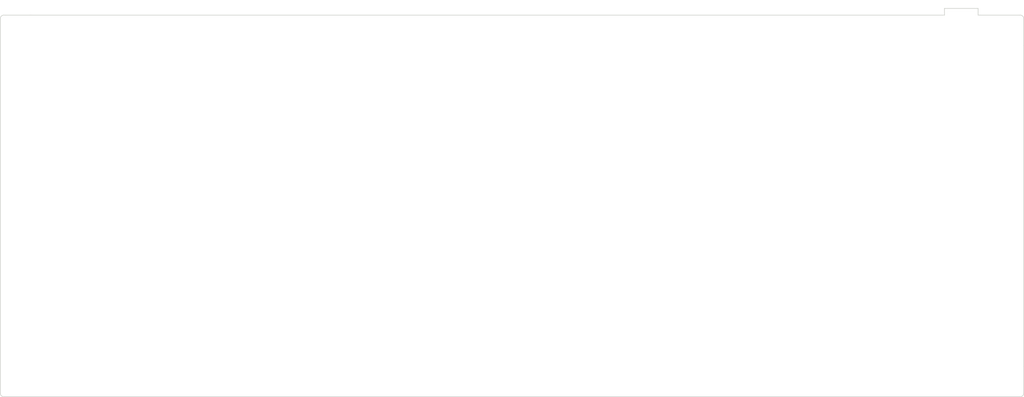
<source format=kicad_pcb>
(kicad_pcb (version 20171130) (host pcbnew "(5.1.9)-1")

  (general
    (thickness 1.6)
    (drawings 560)
    (tracks 0)
    (zones 0)
    (modules 0)
    (nets 1)
  )

  (page A4)
  (layers
    (0 F.Cu signal)
    (31 B.Cu signal)
    (32 B.Adhes user)
    (33 F.Adhes user)
    (34 B.Paste user)
    (35 F.Paste user)
    (36 B.SilkS user)
    (37 F.SilkS user)
    (38 B.Mask user)
    (39 F.Mask user)
    (40 Dwgs.User user)
    (41 Cmts.User user)
    (42 Eco1.User user)
    (43 Eco2.User user)
    (44 Edge.Cuts user)
    (45 Margin user)
    (46 B.CrtYd user)
    (47 F.CrtYd user)
    (48 B.Fab user)
    (49 F.Fab user)
  )

  (setup
    (last_trace_width 0.25)
    (trace_clearance 0.2)
    (zone_clearance 0.508)
    (zone_45_only no)
    (trace_min 0.2)
    (via_size 0.8)
    (via_drill 0.4)
    (via_min_size 0.4)
    (via_min_drill 0.3)
    (uvia_size 0.3)
    (uvia_drill 0.1)
    (uvias_allowed no)
    (uvia_min_size 0.2)
    (uvia_min_drill 0.1)
    (edge_width 0.05)
    (segment_width 0.2)
    (pcb_text_width 0.3)
    (pcb_text_size 1.5 1.5)
    (mod_edge_width 0.12)
    (mod_text_size 1 1)
    (mod_text_width 0.15)
    (pad_size 1.524 1.524)
    (pad_drill 0.762)
    (pad_to_mask_clearance 0)
    (aux_axis_origin 0 0)
    (visible_elements FFFFFF7F)
    (pcbplotparams
      (layerselection 0x010fc_ffffffff)
      (usegerberextensions false)
      (usegerberattributes true)
      (usegerberadvancedattributes true)
      (creategerberjobfile true)
      (excludeedgelayer true)
      (linewidth 0.100000)
      (plotframeref false)
      (viasonmask false)
      (mode 1)
      (useauxorigin false)
      (hpglpennumber 1)
      (hpglpenspeed 20)
      (hpglpendiameter 15.000000)
      (psnegative false)
      (psa4output false)
      (plotreference true)
      (plotvalue true)
      (plotinvisibletext false)
      (padsonsilk false)
      (subtractmaskfromsilk false)
      (outputformat 1)
      (mirror false)
      (drillshape 1)
      (scaleselection 1)
      (outputdirectory ""))
  )

  (net 0 "")

  (net_class Default "This is the default net class."
    (clearance 0.2)
    (trace_width 0.25)
    (via_dia 0.8)
    (via_drill 0.4)
    (uvia_dia 0.3)
    (uvia_drill 0.1)
  )

  (gr_line (start 298.27505 -127.7) (end 292.27505 -127.7) (layer Dwgs.User) (width 0.2))
  (gr_line (start 295.27505 -127.7) (end 298.27505 -127.7) (layer Dwgs.User) (width 0.2))
  (gr_line (start 187.117575 -21.3492) (end 187.117575 -16.75071) (layer Dwgs.User) (width 0.2))
  (gr_line (start 147.493575 -21.3492) (end 147.493575 -16.75071) (layer Dwgs.User) (width 0.2))
  (gr_line (start 133.492574 -21.3492) (end 133.492574 -16.75071) (layer Dwgs.User) (width 0.2))
  (gr_line (start 93.868675 -21.3492) (end 93.868675 -16.75071) (layer Dwgs.User) (width 0.2))
  (gr_line (start 39.481475 -40.3992) (end 39.481475 -35.8007) (layer Dwgs.User) (width 0.2))
  (gr_line (start 37.955975 -40.3992) (end 37.955975 -35.8007) (layer Dwgs.User) (width 0.2))
  (gr_line (start 23.956475 -40.3992) (end 23.956475 -35.8007) (layer Dwgs.User) (width 0.2))
  (gr_line (start 22.430975 -40.3992) (end 22.430975 -35.8007) (layer Dwgs.User) (width 0.2))
  (gr_line (start 282.367575 -59.4492) (end 282.367575 -54.8494) (layer Dwgs.User) (width 0.2))
  (gr_line (start 280.843575 -59.4492) (end 280.843575 -54.8494) (layer Dwgs.User) (width 0.2))
  (gr_line (start 266.842574 -59.4492) (end 266.842574 -54.8494) (layer Dwgs.User) (width 0.2))
  (gr_line (start 265.318575 -59.4492) (end 265.318575 -54.8494) (layer Dwgs.User) (width 0.2))
  (gr_line (start 284.750574 -97.5492) (end 284.750574 -92.9494) (layer Dwgs.User) (width 0.2))
  (gr_line (start 283.224575 -97.5492) (end 283.224575 -92.9494) (layer Dwgs.User) (width 0.2))
  (gr_line (start 269.225574 -97.5492) (end 269.225574 -92.9494) (layer Dwgs.User) (width 0.2))
  (gr_line (start 267.699574 -97.5492) (end 267.699574 -92.9494) (layer Dwgs.User) (width 0.2))
  (gr_circle (center 285.750349 -19.04984) (end 287.750349 -19.04984) (layer Dwgs.User) (width 0.2))
  (gr_circle (center 266.70035 -19.04984) (end 268.70035 -19.04984) (layer Dwgs.User) (width 0.2))
  (gr_circle (center 247.65035 -19.04984) (end 249.65035 -19.04984) (layer Dwgs.User) (width 0.2))
  (gr_circle (center 228.60035 -19.04984) (end 230.60035 -19.04984) (layer Dwgs.User) (width 0.2))
  (gr_circle (center 209.55035 -19.04984) (end 211.55035 -19.04984) (layer Dwgs.User) (width 0.2))
  (gr_circle (center 140.49235 -19.04984) (end 142.49235 -19.04984) (layer Dwgs.User) (width 0.2))
  (gr_circle (center 69.05635 -19.04984) (end 71.05635 -19.04984) (layer Dwgs.User) (width 0.2))
  (gr_circle (center 45.24235 -19.04984) (end 47.24235 -19.04984) (layer Dwgs.User) (width 0.2))
  (gr_circle (center 21.43126 -19.04984) (end 23.43126 -19.04984) (layer Dwgs.User) (width 0.2))
  (gr_circle (center 304.80055 -38.0998) (end 306.80055 -38.0998) (layer Dwgs.User) (width 0.2))
  (gr_circle (center 285.75055 -38.0998) (end 287.75055 -38.0998) (layer Dwgs.User) (width 0.2))
  (gr_circle (center 259.55655 -38.0998) (end 261.55655 -38.0998) (layer Dwgs.User) (width 0.2))
  (gr_circle (center 304.80055 -19.04984) (end 306.80055 -19.04984) (layer Dwgs.User) (width 0.2))
  (gr_line (start 28.430975 -26.0511) (end 14.431485 -26.0511) (layer Dwgs.User) (width 0.2))
  (gr_circle (center 233.36255 -38.0998) (end 235.36255 -38.0998) (layer Dwgs.User) (width 0.2))
  (gr_circle (center 214.31255 -38.0998) (end 216.31255 -38.0998) (layer Dwgs.User) (width 0.2))
  (gr_circle (center 195.26255 -38.0998) (end 197.26255 -38.0998) (layer Dwgs.User) (width 0.2))
  (gr_circle (center 176.21255 -38.0998) (end 178.21255 -38.0998) (layer Dwgs.User) (width 0.2))
  (gr_circle (center 157.16255 -38.0998) (end 159.16255 -38.0998) (layer Dwgs.User) (width 0.2))
  (gr_circle (center 138.11255 -38.0998) (end 140.11255 -38.0998) (layer Dwgs.User) (width 0.2))
  (gr_circle (center 119.06255 -38.0998) (end 121.06255 -38.0998) (layer Dwgs.User) (width 0.2))
  (gr_circle (center 100.01255 -38.0998) (end 102.01255 -38.0998) (layer Dwgs.User) (width 0.2))
  (gr_circle (center 80.96255 -38.0998) (end 82.96255 -38.0998) (layer Dwgs.User) (width 0.2))
  (gr_circle (center 61.91255 -38.0998) (end 63.91255 -38.0998) (layer Dwgs.User) (width 0.2))
  (gr_circle (center 30.95625 -38.0998) (end 32.95625 -38.0998) (layer Dwgs.User) (width 0.2))
  (gr_circle (center 273.842349 -57.15) (end 275.842349 -57.15) (layer Dwgs.User) (width 0.2))
  (gr_circle (center 26.19238 -57.15) (end 28.19238 -57.15) (layer Dwgs.User) (width 0.2))
  (gr_circle (center 242.88755 -57.15) (end 244.88755 -57.15) (layer Dwgs.User) (width 0.2))
  (gr_circle (center 223.83755 -57.15) (end 225.83755 -57.15) (layer Dwgs.User) (width 0.2))
  (gr_circle (center 204.78755 -57.15) (end 206.78755 -57.15) (layer Dwgs.User) (width 0.2))
  (gr_circle (center 185.73755 -57.15) (end 187.73755 -57.15) (layer Dwgs.User) (width 0.2))
  (gr_circle (center 166.68755 -57.15) (end 168.68755 -57.15) (layer Dwgs.User) (width 0.2))
  (gr_circle (center 147.63755 -57.15) (end 149.63755 -57.15) (layer Dwgs.User) (width 0.2))
  (gr_circle (center 128.58755 -57.15) (end 130.58755 -57.15) (layer Dwgs.User) (width 0.2))
  (gr_circle (center 109.53755 -57.15) (end 111.53755 -57.15) (layer Dwgs.User) (width 0.2))
  (gr_circle (center 90.48755 -57.15) (end 92.48755 -57.15) (layer Dwgs.User) (width 0.2))
  (gr_circle (center 71.43755 -57.15) (end 73.43755 -57.15) (layer Dwgs.User) (width 0.2))
  (gr_circle (center 52.38755 -57.15) (end 54.38755 -57.15) (layer Dwgs.User) (width 0.2))
  (gr_circle (center 280.987049 -76.2) (end 282.987049 -76.2) (layer Dwgs.User) (width 0.2))
  (gr_circle (center 257.175049 -76.2) (end 259.175049 -76.2) (layer Dwgs.User) (width 0.2))
  (gr_circle (center 238.125049 -76.2) (end 240.125049 -76.2) (layer Dwgs.User) (width 0.2))
  (gr_circle (center 219.075049 -76.2) (end 221.075049 -76.2) (layer Dwgs.User) (width 0.2))
  (gr_circle (center 200.02505 -76.2) (end 202.02505 -76.2) (layer Dwgs.User) (width 0.2))
  (gr_circle (center 180.97505 -76.2) (end 182.97505 -76.2) (layer Dwgs.User) (width 0.2))
  (gr_circle (center 161.92505 -76.2) (end 163.92505 -76.2) (layer Dwgs.User) (width 0.2))
  (gr_circle (center 142.87505 -76.2) (end 144.87505 -76.2) (layer Dwgs.User) (width 0.2))
  (gr_circle (center 123.82505 -76.2) (end 125.82505 -76.2) (layer Dwgs.User) (width 0.2))
  (gr_circle (center 104.77505 -76.2) (end 106.77505 -76.2) (layer Dwgs.User) (width 0.2))
  (gr_circle (center 85.72505 -76.2) (end 87.72505 -76.2) (layer Dwgs.User) (width 0.2))
  (gr_circle (center 66.67505 -76.2) (end 68.67505 -76.2) (layer Dwgs.User) (width 0.2))
  (gr_circle (center 47.62505 -76.2) (end 49.62505 -76.2) (layer Dwgs.User) (width 0.2))
  (gr_circle (center 23.81251 -76.2) (end 25.81251 -76.2) (layer Dwgs.User) (width 0.2))
  (gr_circle (center 304.8006 -95.25) (end 306.8006 -95.25) (layer Dwgs.User) (width 0.2))
  (gr_circle (center 276.225599 -95.25) (end 278.225599 -95.25) (layer Dwgs.User) (width 0.2))
  (gr_circle (center 247.6506 -95.25) (end 249.6506 -95.25) (layer Dwgs.User) (width 0.2))
  (gr_circle (center 228.60055 -95.25) (end 230.60055 -95.25) (layer Dwgs.User) (width 0.2))
  (gr_circle (center 209.5505 -95.25) (end 211.5505 -95.25) (layer Dwgs.User) (width 0.2))
  (gr_circle (center 190.50045 -95.25) (end 192.50045 -95.25) (layer Dwgs.User) (width 0.2))
  (gr_circle (center 171.4504 -95.25) (end 173.4504 -95.25) (layer Dwgs.User) (width 0.2))
  (gr_circle (center 152.40035 -95.25) (end 154.40035 -95.25) (layer Dwgs.User) (width 0.2))
  (gr_circle (center 133.3503 -95.25) (end 135.3503 -95.25) (layer Dwgs.User) (width 0.2))
  (gr_circle (center 114.30025 -95.25) (end 116.30025 -95.25) (layer Dwgs.User) (width 0.2))
  (gr_circle (center 95.2502 -95.25) (end 97.2502 -95.25) (layer Dwgs.User) (width 0.2))
  (gr_circle (center 76.20015 -95.25) (end 78.20015 -95.25) (layer Dwgs.User) (width 0.2))
  (gr_circle (center 57.1501 -95.25) (end 59.1501 -95.25) (layer Dwgs.User) (width 0.2))
  (gr_circle (center 38.10005 -95.25) (end 40.10005 -95.25) (layer Dwgs.User) (width 0.2))
  (gr_circle (center 19.05 -95.25) (end 21.05 -95.25) (layer Dwgs.User) (width 0.2))
  (gr_circle (center 304.80005 -114.3) (end 306.80005 -114.3) (layer Dwgs.User) (width 0.2))
  (gr_circle (center 285.75005 -114.3) (end 287.75005 -114.3) (layer Dwgs.User) (width 0.2))
  (gr_circle (center 266.700049 -114.3) (end 268.70005 -114.3) (layer Dwgs.User) (width 0.2))
  (gr_circle (center 247.650049 -114.3) (end 249.650049 -114.3) (layer Dwgs.User) (width 0.2))
  (gr_circle (center 228.600049 -114.3) (end 230.600049 -114.3) (layer Dwgs.User) (width 0.2))
  (gr_circle (center 209.550049 -114.3) (end 211.550049 -114.3) (layer Dwgs.User) (width 0.2))
  (gr_circle (center 190.50005 -114.3) (end 192.50005 -114.3) (layer Dwgs.User) (width 0.2))
  (gr_circle (center 171.45005 -114.3) (end 173.45005 -114.3) (layer Dwgs.User) (width 0.2))
  (gr_circle (center 152.40005 -114.3) (end 154.40005 -114.3) (layer Dwgs.User) (width 0.2))
  (gr_circle (center 133.35005 -114.3) (end 135.35005 -114.3) (layer Dwgs.User) (width 0.2))
  (gr_circle (center 114.30005 -114.3) (end 116.30005 -114.3) (layer Dwgs.User) (width 0.2))
  (gr_circle (center 95.25005 -114.3) (end 97.25005 -114.3) (layer Dwgs.User) (width 0.2))
  (gr_circle (center 76.20005 -114.3) (end 78.20005 -114.3) (layer Dwgs.User) (width 0.2))
  (gr_circle (center 57.15005 -114.3) (end 59.15005 -114.3) (layer Dwgs.User) (width 0.2))
  (gr_circle (center 38.10005 -114.3) (end 40.10005 -114.3) (layer Dwgs.User) (width 0.2))
  (gr_circle (center 19.05 -114.3) (end 21.05 -114.3) (layer Dwgs.User) (width 0.2))
  (gr_line (start 12.050225 -107.3004) (end 12.050225 -121.2996) (layer Dwgs.User) (width 0.2))
  (gr_line (start 26.049775 -107.3004) (end 12.050225 -107.3004) (layer Dwgs.User) (width 0.2))
  (gr_line (start 26.049775 -121.2996) (end 26.049775 -107.3004) (layer Dwgs.User) (width 0.2))
  (gr_line (start 12.050225 -121.2996) (end 26.049775 -121.2996) (layer Dwgs.User) (width 0.2))
  (gr_line (start 31.100275 -107.3004) (end 31.100275 -121.2996) (layer Dwgs.User) (width 0.2))
  (gr_line (start 45.099575 -107.3004) (end 31.100275 -107.3004) (layer Dwgs.User) (width 0.2))
  (gr_line (start 45.099575 -121.2996) (end 45.099575 -107.3004) (layer Dwgs.User) (width 0.2))
  (gr_line (start 31.100275 -121.2996) (end 45.099575 -121.2996) (layer Dwgs.User) (width 0.2))
  (gr_line (start 50.150275 -107.3004) (end 50.150275 -121.2996) (layer Dwgs.User) (width 0.2))
  (gr_line (start 64.149575 -107.3004) (end 50.150275 -107.3004) (layer Dwgs.User) (width 0.2))
  (gr_line (start 64.149575 -121.2996) (end 64.149575 -107.3004) (layer Dwgs.User) (width 0.2))
  (gr_line (start 50.150275 -121.2996) (end 64.149575 -121.2996) (layer Dwgs.User) (width 0.2))
  (gr_line (start 69.200275 -107.3004) (end 69.200275 -121.2996) (layer Dwgs.User) (width 0.2))
  (gr_line (start 83.199575 -107.3004) (end 69.200275 -107.3004) (layer Dwgs.User) (width 0.2))
  (gr_line (start 83.199575 -121.2996) (end 83.199575 -107.3004) (layer Dwgs.User) (width 0.2))
  (gr_line (start 69.200275 -121.2996) (end 83.199575 -121.2996) (layer Dwgs.User) (width 0.2))
  (gr_line (start 88.250275 -107.3004) (end 88.250275 -121.2996) (layer Dwgs.User) (width 0.2))
  (gr_line (start 102.249575 -107.3004) (end 88.250275 -107.3004) (layer Dwgs.User) (width 0.2))
  (gr_line (start 102.249575 -121.2996) (end 102.249575 -107.3004) (layer Dwgs.User) (width 0.2))
  (gr_line (start 88.250275 -121.2996) (end 102.249575 -121.2996) (layer Dwgs.User) (width 0.2))
  (gr_line (start 107.298875 -107.3004) (end 107.298875 -121.2996) (layer Dwgs.User) (width 0.2))
  (gr_line (start 121.299575 -107.3004) (end 107.298875 -107.3004) (layer Dwgs.User) (width 0.2))
  (gr_line (start 121.299575 -121.2996) (end 121.299575 -107.3004) (layer Dwgs.User) (width 0.2))
  (gr_line (start 107.298875 -121.2996) (end 121.299575 -121.2996) (layer Dwgs.User) (width 0.2))
  (gr_line (start 126.348575 -107.3004) (end 126.348575 -121.2996) (layer Dwgs.User) (width 0.2))
  (gr_line (start 140.349575 -107.3004) (end 126.348575 -107.3004) (layer Dwgs.User) (width 0.2))
  (gr_line (start 140.349575 -121.2996) (end 140.349575 -107.3004) (layer Dwgs.User) (width 0.2))
  (gr_line (start 126.348575 -121.2996) (end 140.349575 -121.2996) (layer Dwgs.User) (width 0.2))
  (gr_line (start 145.400575 -107.3004) (end 145.400575 -121.2996) (layer Dwgs.User) (width 0.2))
  (gr_line (start 159.399575 -107.3004) (end 145.400575 -107.3004) (layer Dwgs.User) (width 0.2))
  (gr_line (start 159.399575 -121.2996) (end 159.399575 -107.3004) (layer Dwgs.User) (width 0.2))
  (gr_line (start 145.400575 -121.2996) (end 159.399575 -121.2996) (layer Dwgs.User) (width 0.2))
  (gr_line (start 164.450575 -107.3004) (end 164.450575 -121.2996) (layer Dwgs.User) (width 0.2))
  (gr_line (start 178.449575 -107.3004) (end 164.450575 -107.3004) (layer Dwgs.User) (width 0.2))
  (gr_line (start 178.449575 -121.2996) (end 178.449575 -107.3004) (layer Dwgs.User) (width 0.2))
  (gr_line (start 164.450575 -121.2996) (end 178.449575 -121.2996) (layer Dwgs.User) (width 0.2))
  (gr_line (start 183.500575 -107.3004) (end 183.500575 -121.2996) (layer Dwgs.User) (width 0.2))
  (gr_line (start 197.499575 -107.3004) (end 183.500575 -107.3004) (layer Dwgs.User) (width 0.2))
  (gr_line (start 197.499575 -121.2996) (end 197.499575 -107.3004) (layer Dwgs.User) (width 0.2))
  (gr_line (start 183.500575 -121.2996) (end 197.499575 -121.2996) (layer Dwgs.User) (width 0.2))
  (gr_line (start 202.550575 -107.3004) (end 202.550575 -121.2996) (layer Dwgs.User) (width 0.2))
  (gr_line (start 216.549575 -107.3004) (end 202.550575 -107.3004) (layer Dwgs.User) (width 0.2))
  (gr_line (start 216.549575 -121.2996) (end 216.549575 -107.3004) (layer Dwgs.User) (width 0.2))
  (gr_line (start 202.550575 -121.2996) (end 216.549575 -121.2996) (layer Dwgs.User) (width 0.2))
  (gr_line (start 221.600575 -107.3004) (end 221.600575 -121.2996) (layer Dwgs.User) (width 0.2))
  (gr_line (start 235.599575 -107.3004) (end 221.600575 -107.3004) (layer Dwgs.User) (width 0.2))
  (gr_line (start 235.599575 -121.2996) (end 235.599575 -107.3004) (layer Dwgs.User) (width 0.2))
  (gr_line (start 221.600575 -121.2996) (end 235.599575 -121.2996) (layer Dwgs.User) (width 0.2))
  (gr_line (start 240.650575 -107.3004) (end 240.650575 -121.2996) (layer Dwgs.User) (width 0.2))
  (gr_line (start 254.649575 -107.3004) (end 240.650575 -107.3004) (layer Dwgs.User) (width 0.2))
  (gr_line (start 254.649575 -121.2996) (end 254.649575 -107.3004) (layer Dwgs.User) (width 0.2))
  (gr_line (start 240.650575 -121.2996) (end 254.649575 -121.2996) (layer Dwgs.User) (width 0.2))
  (gr_line (start 259.700575 -107.3004) (end 259.700575 -121.2996) (layer Dwgs.User) (width 0.2))
  (gr_line (start 273.699575 -107.3004) (end 259.700575 -107.3004) (layer Dwgs.User) (width 0.2))
  (gr_line (start 273.699575 -121.2996) (end 273.699575 -107.3004) (layer Dwgs.User) (width 0.2))
  (gr_line (start 259.700575 -121.2996) (end 273.699575 -121.2996) (layer Dwgs.User) (width 0.2))
  (gr_line (start 278.750574 -107.3004) (end 278.750574 -121.2996) (layer Dwgs.User) (width 0.2))
  (gr_line (start 292.749574 -107.3004) (end 278.750574 -107.3004) (layer Dwgs.User) (width 0.2))
  (gr_line (start 292.749574 -121.2996) (end 292.749574 -107.3004) (layer Dwgs.User) (width 0.2))
  (gr_line (start 278.750574 -121.2996) (end 292.749574 -121.2996) (layer Dwgs.User) (width 0.2))
  (gr_line (start 297.800575 -107.3004) (end 297.800575 -121.2996) (layer Dwgs.User) (width 0.2))
  (gr_line (start 311.799575 -107.3004) (end 297.800575 -107.3004) (layer Dwgs.User) (width 0.2))
  (gr_line (start 311.799575 -121.2996) (end 311.799575 -107.3004) (layer Dwgs.User) (width 0.2))
  (gr_line (start 297.800575 -121.2996) (end 311.799575 -121.2996) (layer Dwgs.User) (width 0.2))
  (gr_line (start 12.050225 -88.2504) (end 12.050225 -102.2497) (layer Dwgs.User) (width 0.2))
  (gr_line (start 26.049775 -88.2504) (end 12.050225 -88.2504) (layer Dwgs.User) (width 0.2))
  (gr_line (start 26.049775 -102.2497) (end 26.049775 -88.2504) (layer Dwgs.User) (width 0.2))
  (gr_line (start 12.050225 -102.2497) (end 26.049775 -102.2497) (layer Dwgs.User) (width 0.2))
  (gr_line (start 31.100275 -88.2504) (end 31.100275 -102.2497) (layer Dwgs.User) (width 0.2))
  (gr_line (start 45.099575 -88.2504) (end 31.100275 -88.2504) (layer Dwgs.User) (width 0.2))
  (gr_line (start 45.099575 -102.2497) (end 45.099575 -88.2504) (layer Dwgs.User) (width 0.2))
  (gr_line (start 31.100275 -102.2497) (end 45.099575 -102.2497) (layer Dwgs.User) (width 0.2))
  (gr_line (start 50.150275 -88.2504) (end 50.150275 -102.2497) (layer Dwgs.User) (width 0.2))
  (gr_line (start 64.149575 -88.2504) (end 50.150275 -88.2504) (layer Dwgs.User) (width 0.2))
  (gr_line (start 64.149575 -102.2497) (end 64.149575 -88.2504) (layer Dwgs.User) (width 0.2))
  (gr_line (start 50.150275 -102.2497) (end 64.149575 -102.2497) (layer Dwgs.User) (width 0.2))
  (gr_line (start 69.200275 -88.2504) (end 69.200275 -102.2497) (layer Dwgs.User) (width 0.2))
  (gr_line (start 83.199575 -88.2504) (end 69.200275 -88.2504) (layer Dwgs.User) (width 0.2))
  (gr_line (start 83.199575 -102.2497) (end 83.199575 -88.2504) (layer Dwgs.User) (width 0.2))
  (gr_line (start 69.200275 -102.2497) (end 83.199575 -102.2497) (layer Dwgs.User) (width 0.2))
  (gr_line (start 88.250275 -88.2504) (end 88.250275 -102.2497) (layer Dwgs.User) (width 0.2))
  (gr_line (start 102.249575 -88.2504) (end 88.250275 -88.2504) (layer Dwgs.User) (width 0.2))
  (gr_line (start 102.249575 -102.2497) (end 102.249575 -88.2504) (layer Dwgs.User) (width 0.2))
  (gr_line (start 88.250275 -102.2497) (end 102.249575 -102.2497) (layer Dwgs.User) (width 0.2))
  (gr_line (start 107.298875 -88.2504) (end 107.298875 -102.2497) (layer Dwgs.User) (width 0.2))
  (gr_line (start 121.299575 -88.2504) (end 107.298875 -88.2504) (layer Dwgs.User) (width 0.2))
  (gr_line (start 121.299575 -102.2497) (end 121.299575 -88.2504) (layer Dwgs.User) (width 0.2))
  (gr_line (start 107.298875 -102.2497) (end 121.299575 -102.2497) (layer Dwgs.User) (width 0.2))
  (gr_line (start 126.348575 -88.2504) (end 126.348575 -102.2497) (layer Dwgs.User) (width 0.2))
  (gr_line (start 140.349575 -88.2504) (end 126.348575 -88.2504) (layer Dwgs.User) (width 0.2))
  (gr_line (start 140.349575 -102.2497) (end 140.349575 -88.2504) (layer Dwgs.User) (width 0.2))
  (gr_line (start 126.348575 -102.2497) (end 140.349575 -102.2497) (layer Dwgs.User) (width 0.2))
  (gr_line (start 145.400575 -88.2504) (end 145.400575 -102.2497) (layer Dwgs.User) (width 0.2))
  (gr_line (start 159.399575 -88.2504) (end 145.400575 -88.2504) (layer Dwgs.User) (width 0.2))
  (gr_line (start 159.399575 -102.2497) (end 159.399575 -88.2504) (layer Dwgs.User) (width 0.2))
  (gr_line (start 145.400575 -102.2497) (end 159.399575 -102.2497) (layer Dwgs.User) (width 0.2))
  (gr_line (start 164.450575 -88.2504) (end 164.450575 -102.2497) (layer Dwgs.User) (width 0.2))
  (gr_line (start 178.449575 -88.2504) (end 164.450575 -88.2504) (layer Dwgs.User) (width 0.2))
  (gr_line (start 178.449575 -102.2497) (end 178.449575 -88.2504) (layer Dwgs.User) (width 0.2))
  (gr_line (start 164.450575 -102.2497) (end 178.449575 -102.2497) (layer Dwgs.User) (width 0.2))
  (gr_line (start 183.500575 -88.2504) (end 183.500575 -102.2497) (layer Dwgs.User) (width 0.2))
  (gr_line (start 197.499575 -88.2504) (end 183.500575 -88.2504) (layer Dwgs.User) (width 0.2))
  (gr_line (start 197.499575 -102.2497) (end 197.499575 -88.2504) (layer Dwgs.User) (width 0.2))
  (gr_line (start 183.500575 -102.2497) (end 197.499575 -102.2497) (layer Dwgs.User) (width 0.2))
  (gr_line (start 202.550575 -88.2504) (end 202.550575 -102.2497) (layer Dwgs.User) (width 0.2))
  (gr_line (start 216.549575 -88.2504) (end 202.550575 -88.2504) (layer Dwgs.User) (width 0.2))
  (gr_line (start 216.549575 -102.2497) (end 216.549575 -88.2504) (layer Dwgs.User) (width 0.2))
  (gr_line (start 202.550575 -102.2497) (end 216.549575 -102.2497) (layer Dwgs.User) (width 0.2))
  (gr_line (start 221.600575 -88.2504) (end 221.600575 -102.2497) (layer Dwgs.User) (width 0.2))
  (gr_line (start 235.599575 -88.2504) (end 221.600575 -88.2504) (layer Dwgs.User) (width 0.2))
  (gr_line (start 235.599575 -102.2497) (end 235.599575 -88.2504) (layer Dwgs.User) (width 0.2))
  (gr_line (start 221.600575 -102.2497) (end 235.599575 -102.2497) (layer Dwgs.User) (width 0.2))
  (gr_line (start 240.650575 -88.2504) (end 240.650575 -102.2497) (layer Dwgs.User) (width 0.2))
  (gr_line (start 254.649575 -88.2504) (end 240.650575 -88.2504) (layer Dwgs.User) (width 0.2))
  (gr_line (start 254.649575 -102.2497) (end 254.649575 -88.2504) (layer Dwgs.User) (width 0.2))
  (gr_line (start 240.650575 -102.2497) (end 254.649575 -102.2497) (layer Dwgs.User) (width 0.2))
  (gr_line (start 297.800575 -88.2504) (end 297.800575 -102.2497) (layer Dwgs.User) (width 0.2))
  (gr_line (start 311.799575 -88.2504) (end 297.800575 -88.2504) (layer Dwgs.User) (width 0.2))
  (gr_line (start 311.799575 -102.2497) (end 311.799575 -88.2504) (layer Dwgs.User) (width 0.2))
  (gr_line (start 297.800575 -102.2497) (end 311.799575 -102.2497) (layer Dwgs.User) (width 0.2))
  (gr_line (start 283.224575 -102.2497) (end 269.225574 -102.2497) (layer Dwgs.User) (width 0.2))
  (gr_line (start 283.224575 -97.5492) (end 283.224575 -102.2497) (layer Dwgs.User) (width 0.2))
  (gr_line (start 284.750574 -100.7793) (end 284.750574 -97.5492) (layer Dwgs.User) (width 0.2))
  (gr_line (start 291.499574 -100.7793) (end 284.750574 -100.7793) (layer Dwgs.User) (width 0.2))
  (gr_line (start 291.499574 -97.5492) (end 291.499574 -100.7793) (layer Dwgs.User) (width 0.2))
  (gr_line (start 292.325575 -97.5492) (end 291.499574 -97.5492) (layer Dwgs.User) (width 0.2))
  (gr_line (start 292.325575 -94.7503) (end 292.325575 -97.5492) (layer Dwgs.User) (width 0.2))
  (gr_line (start 291.499574 -94.7503) (end 292.325575 -94.7503) (layer Dwgs.User) (width 0.2))
  (gr_line (start 291.499574 -88.4804) (end 291.499574 -94.7503) (layer Dwgs.User) (width 0.2))
  (gr_line (start 289.774574 -88.4804) (end 291.499574 -88.4804) (layer Dwgs.User) (width 0.2))
  (gr_line (start 289.774574 -87.2802) (end 289.774574 -88.4804) (layer Dwgs.User) (width 0.2))
  (gr_line (start 286.475574 -87.2802) (end 289.774574 -87.2802) (layer Dwgs.User) (width 0.2))
  (gr_line (start 286.475574 -88.4804) (end 286.475574 -87.2802) (layer Dwgs.User) (width 0.2))
  (gr_line (start 284.750574 -88.4804) (end 286.475574 -88.4804) (layer Dwgs.User) (width 0.2))
  (gr_line (start 284.750574 -92.9494) (end 284.750574 -88.4804) (layer Dwgs.User) (width 0.2))
  (gr_line (start 283.224575 -88.2504) (end 283.224575 -92.9494) (layer Dwgs.User) (width 0.2))
  (gr_line (start 269.225574 -88.2504) (end 283.224575 -88.2504) (layer Dwgs.User) (width 0.2))
  (gr_line (start 269.225574 -92.9494) (end 269.225574 -88.2504) (layer Dwgs.User) (width 0.2))
  (gr_line (start 267.699574 -88.4804) (end 267.699574 -92.9494) (layer Dwgs.User) (width 0.2))
  (gr_line (start 265.974575 -88.4804) (end 267.699574 -88.4804) (layer Dwgs.User) (width 0.2))
  (gr_line (start 265.974575 -87.2802) (end 265.974575 -88.4804) (layer Dwgs.User) (width 0.2))
  (gr_line (start 262.673575 -87.2802) (end 265.974575 -87.2802) (layer Dwgs.User) (width 0.2))
  (gr_line (start 262.673575 -88.4804) (end 262.673575 -87.2802) (layer Dwgs.User) (width 0.2))
  (gr_line (start 260.950575 -88.4804) (end 262.673575 -88.4804) (layer Dwgs.User) (width 0.2))
  (gr_line (start 260.950575 -94.7503) (end 260.950575 -88.4804) (layer Dwgs.User) (width 0.2))
  (gr_line (start 260.124575 -94.7503) (end 260.950575 -94.7503) (layer Dwgs.User) (width 0.2))
  (gr_line (start 260.124575 -97.5492) (end 260.124575 -94.7503) (layer Dwgs.User) (width 0.2))
  (gr_line (start 260.950575 -97.5492) (end 260.124575 -97.5492) (layer Dwgs.User) (width 0.2))
  (gr_line (start 260.950575 -100.7793) (end 260.950575 -97.5492) (layer Dwgs.User) (width 0.2))
  (gr_line (start 267.699574 -100.7793) (end 260.950575 -100.7793) (layer Dwgs.User) (width 0.2))
  (gr_line (start 267.699574 -97.5492) (end 267.699574 -100.7793) (layer Dwgs.User) (width 0.2))
  (gr_line (start 269.225574 -102.2497) (end 269.225574 -97.5492) (layer Dwgs.User) (width 0.2))
  (gr_line (start 16.812735 -69.2004) (end 16.812735 -83.1997) (layer Dwgs.User) (width 0.2))
  (gr_line (start 30.812275 -69.2004) (end 16.812735 -69.2004) (layer Dwgs.User) (width 0.2))
  (gr_line (start 30.812275 -83.1997) (end 30.812275 -69.2004) (layer Dwgs.User) (width 0.2))
  (gr_line (start 16.812735 -83.1997) (end 30.812275 -83.1997) (layer Dwgs.User) (width 0.2))
  (gr_line (start 40.625275 -69.2004) (end 40.625275 -83.1997) (layer Dwgs.User) (width 0.2))
  (gr_line (start 54.624575 -69.2004) (end 40.625275 -69.2004) (layer Dwgs.User) (width 0.2))
  (gr_line (start 54.624575 -83.1997) (end 54.624575 -69.2004) (layer Dwgs.User) (width 0.2))
  (gr_line (start 40.625275 -83.1997) (end 54.624575 -83.1997) (layer Dwgs.User) (width 0.2))
  (gr_line (start 59.675275 -69.2004) (end 59.675275 -83.1997) (layer Dwgs.User) (width 0.2))
  (gr_line (start 73.674575 -69.2004) (end 59.675275 -69.2004) (layer Dwgs.User) (width 0.2))
  (gr_line (start 73.674575 -83.1997) (end 73.674575 -69.2004) (layer Dwgs.User) (width 0.2))
  (gr_line (start 59.675275 -83.1997) (end 73.674575 -83.1997) (layer Dwgs.User) (width 0.2))
  (gr_line (start 78.725275 -69.2004) (end 78.725275 -83.1997) (layer Dwgs.User) (width 0.2))
  (gr_line (start 92.724575 -69.2004) (end 78.725275 -69.2004) (layer Dwgs.User) (width 0.2))
  (gr_line (start 92.724575 -83.1997) (end 92.724575 -69.2004) (layer Dwgs.User) (width 0.2))
  (gr_line (start 78.725275 -83.1997) (end 92.724575 -83.1997) (layer Dwgs.User) (width 0.2))
  (gr_line (start 97.775275 -69.2004) (end 97.775275 -83.1997) (layer Dwgs.User) (width 0.2))
  (gr_line (start 111.774575 -69.2004) (end 97.775275 -69.2004) (layer Dwgs.User) (width 0.2))
  (gr_line (start 111.774575 -83.1997) (end 111.774575 -69.2004) (layer Dwgs.User) (width 0.2))
  (gr_line (start 97.775275 -83.1997) (end 111.774575 -83.1997) (layer Dwgs.User) (width 0.2))
  (gr_line (start 116.825575 -69.2004) (end 116.825575 -83.1997) (layer Dwgs.User) (width 0.2))
  (gr_line (start 130.824575 -69.2004) (end 116.825575 -69.2004) (layer Dwgs.User) (width 0.2))
  (gr_line (start 130.824575 -83.1997) (end 130.824575 -69.2004) (layer Dwgs.User) (width 0.2))
  (gr_line (start 116.825575 -83.1997) (end 130.824575 -83.1997) (layer Dwgs.User) (width 0.2))
  (gr_line (start 135.875575 -69.2004) (end 135.875575 -83.1997) (layer Dwgs.User) (width 0.2))
  (gr_line (start 149.874575 -69.2004) (end 135.875575 -69.2004) (layer Dwgs.User) (width 0.2))
  (gr_line (start 149.874575 -83.1997) (end 149.874575 -69.2004) (layer Dwgs.User) (width 0.2))
  (gr_line (start 135.875575 -83.1997) (end 149.874575 -83.1997) (layer Dwgs.User) (width 0.2))
  (gr_line (start 154.925575 -69.2004) (end 154.925575 -83.1997) (layer Dwgs.User) (width 0.2))
  (gr_line (start 168.924575 -69.2004) (end 154.925575 -69.2004) (layer Dwgs.User) (width 0.2))
  (gr_line (start 168.924575 -83.1997) (end 168.924575 -69.2004) (layer Dwgs.User) (width 0.2))
  (gr_line (start 154.925575 -83.1997) (end 168.924575 -83.1997) (layer Dwgs.User) (width 0.2))
  (gr_line (start 173.975575 -69.2004) (end 173.975575 -83.1997) (layer Dwgs.User) (width 0.2))
  (gr_line (start 187.974575 -69.2004) (end 173.975575 -69.2004) (layer Dwgs.User) (width 0.2))
  (gr_line (start 187.974575 -83.1997) (end 187.974575 -69.2004) (layer Dwgs.User) (width 0.2))
  (gr_line (start 173.975575 -83.1997) (end 187.974575 -83.1997) (layer Dwgs.User) (width 0.2))
  (gr_line (start 193.025575 -69.2004) (end 193.025575 -83.1997) (layer Dwgs.User) (width 0.2))
  (gr_line (start 207.024575 -69.2004) (end 193.025575 -69.2004) (layer Dwgs.User) (width 0.2))
  (gr_line (start 207.024575 -83.1997) (end 207.024575 -69.2004) (layer Dwgs.User) (width 0.2))
  (gr_line (start 193.025575 -83.1997) (end 207.024575 -83.1997) (layer Dwgs.User) (width 0.2))
  (gr_line (start 212.075575 -69.2004) (end 212.075575 -83.1997) (layer Dwgs.User) (width 0.2))
  (gr_line (start 226.074575 -69.2004) (end 212.075575 -69.2004) (layer Dwgs.User) (width 0.2))
  (gr_line (start 226.074575 -83.1997) (end 226.074575 -69.2004) (layer Dwgs.User) (width 0.2))
  (gr_line (start 212.075575 -83.1997) (end 226.074575 -83.1997) (layer Dwgs.User) (width 0.2))
  (gr_line (start 231.125575 -69.2004) (end 231.125575 -83.1997) (layer Dwgs.User) (width 0.2))
  (gr_line (start 245.124575 -69.2004) (end 231.125575 -69.2004) (layer Dwgs.User) (width 0.2))
  (gr_line (start 245.124575 -83.1997) (end 245.124575 -69.2004) (layer Dwgs.User) (width 0.2))
  (gr_line (start 231.125575 -83.1997) (end 245.124575 -83.1997) (layer Dwgs.User) (width 0.2))
  (gr_line (start 250.175575 -69.2004) (end 250.175575 -83.1997) (layer Dwgs.User) (width 0.2))
  (gr_line (start 264.174575 -69.2004) (end 250.175575 -69.2004) (layer Dwgs.User) (width 0.2))
  (gr_line (start 264.174575 -83.1997) (end 264.174575 -69.2004) (layer Dwgs.User) (width 0.2))
  (gr_line (start 250.175575 -83.1997) (end 264.174575 -83.1997) (layer Dwgs.User) (width 0.2))
  (gr_line (start 273.987575 -69.2004) (end 273.987575 -83.1997) (layer Dwgs.User) (width 0.2))
  (gr_line (start 287.987575 -69.2004) (end 273.987575 -69.2004) (layer Dwgs.User) (width 0.2))
  (gr_line (start 287.987575 -83.1997) (end 287.987575 -69.2004) (layer Dwgs.User) (width 0.2))
  (gr_line (start 273.987575 -83.1997) (end 287.987575 -83.1997) (layer Dwgs.User) (width 0.2))
  (gr_line (start 297.800575 -59.6754) (end 297.800575 -73.6747) (layer Dwgs.User) (width 0.2))
  (gr_line (start 311.799575 -59.6754) (end 297.800575 -59.6754) (layer Dwgs.User) (width 0.2))
  (gr_line (start 311.799575 -73.6747) (end 311.799575 -59.6754) (layer Dwgs.User) (width 0.2))
  (gr_line (start 297.800575 -73.6747) (end 311.799575 -73.6747) (layer Dwgs.User) (width 0.2))
  (gr_line (start 19.192605 -50.1504) (end 19.192605 -64.1497) (layer Dwgs.User) (width 0.2))
  (gr_line (start 33.193475 -50.1504) (end 19.192605 -50.1504) (layer Dwgs.User) (width 0.2))
  (gr_line (start 33.193475 -64.1497) (end 33.193475 -50.1504) (layer Dwgs.User) (width 0.2))
  (gr_line (start 19.192605 -64.1497) (end 33.193475 -64.1497) (layer Dwgs.User) (width 0.2))
  (gr_line (start 45.387775 -50.1504) (end 45.387775 -64.1497) (layer Dwgs.User) (width 0.2))
  (gr_line (start 59.387075 -50.1504) (end 45.387775 -50.1504) (layer Dwgs.User) (width 0.2))
  (gr_line (start 59.387075 -64.1497) (end 59.387075 -50.1504) (layer Dwgs.User) (width 0.2))
  (gr_line (start 45.387775 -64.1497) (end 59.387075 -64.1497) (layer Dwgs.User) (width 0.2))
  (gr_line (start 64.437775 -50.1504) (end 64.437775 -64.1497) (layer Dwgs.User) (width 0.2))
  (gr_line (start 78.437075 -50.1504) (end 64.437775 -50.1504) (layer Dwgs.User) (width 0.2))
  (gr_line (start 78.437075 -64.1497) (end 78.437075 -50.1504) (layer Dwgs.User) (width 0.2))
  (gr_line (start 64.437775 -64.1497) (end 78.437075 -64.1497) (layer Dwgs.User) (width 0.2))
  (gr_line (start 83.487775 -50.1504) (end 83.487775 -64.1497) (layer Dwgs.User) (width 0.2))
  (gr_line (start 97.487075 -50.1504) (end 83.487775 -50.1504) (layer Dwgs.User) (width 0.2))
  (gr_line (start 97.487075 -64.1497) (end 97.487075 -50.1504) (layer Dwgs.User) (width 0.2))
  (gr_line (start 83.487775 -64.1497) (end 97.487075 -64.1497) (layer Dwgs.User) (width 0.2))
  (gr_line (start 102.537775 -50.1504) (end 102.537775 -64.1497) (layer Dwgs.User) (width 0.2))
  (gr_line (start 116.537575 -50.1504) (end 102.537775 -50.1504) (layer Dwgs.User) (width 0.2))
  (gr_line (start 116.537575 -64.1497) (end 116.537575 -50.1504) (layer Dwgs.User) (width 0.2))
  (gr_line (start 102.537775 -64.1497) (end 116.537575 -64.1497) (layer Dwgs.User) (width 0.2))
  (gr_line (start 121.587575 -50.1504) (end 121.587575 -64.1497) (layer Dwgs.User) (width 0.2))
  (gr_line (start 135.587575 -50.1504) (end 121.587575 -50.1504) (layer Dwgs.User) (width 0.2))
  (gr_line (start 135.587575 -64.1497) (end 135.587575 -50.1504) (layer Dwgs.User) (width 0.2))
  (gr_line (start 121.587575 -64.1497) (end 135.587575 -64.1497) (layer Dwgs.User) (width 0.2))
  (gr_line (start 140.637575 -50.1504) (end 140.637575 -64.1497) (layer Dwgs.User) (width 0.2))
  (gr_line (start 154.637575 -50.1504) (end 140.637575 -50.1504) (layer Dwgs.User) (width 0.2))
  (gr_line (start 154.637575 -64.1497) (end 154.637575 -50.1504) (layer Dwgs.User) (width 0.2))
  (gr_line (start 140.637575 -64.1497) (end 154.637575 -64.1497) (layer Dwgs.User) (width 0.2))
  (gr_line (start 159.687575 -50.1504) (end 159.687575 -64.1497) (layer Dwgs.User) (width 0.2))
  (gr_line (start 173.687575 -50.1504) (end 159.687575 -50.1504) (layer Dwgs.User) (width 0.2))
  (gr_line (start 173.687575 -64.1497) (end 173.687575 -50.1504) (layer Dwgs.User) (width 0.2))
  (gr_line (start 159.687575 -64.1497) (end 173.687575 -64.1497) (layer Dwgs.User) (width 0.2))
  (gr_line (start 178.737575 -50.1504) (end 178.737575 -64.1497) (layer Dwgs.User) (width 0.2))
  (gr_line (start 192.737575 -50.1504) (end 178.737575 -50.1504) (layer Dwgs.User) (width 0.2))
  (gr_line (start 192.737575 -64.1497) (end 192.737575 -50.1504) (layer Dwgs.User) (width 0.2))
  (gr_line (start 178.737575 -64.1497) (end 192.737575 -64.1497) (layer Dwgs.User) (width 0.2))
  (gr_line (start 197.787575 -50.1504) (end 197.787575 -64.1497) (layer Dwgs.User) (width 0.2))
  (gr_line (start 211.787575 -50.1504) (end 197.787575 -50.1504) (layer Dwgs.User) (width 0.2))
  (gr_line (start 211.787575 -64.1497) (end 211.787575 -50.1504) (layer Dwgs.User) (width 0.2))
  (gr_line (start 197.787575 -64.1497) (end 211.787575 -64.1497) (layer Dwgs.User) (width 0.2))
  (gr_line (start 216.837575 -50.1504) (end 216.837575 -64.1497) (layer Dwgs.User) (width 0.2))
  (gr_line (start 230.837575 -50.1504) (end 216.837575 -50.1504) (layer Dwgs.User) (width 0.2))
  (gr_line (start 230.837575 -64.1497) (end 230.837575 -50.1504) (layer Dwgs.User) (width 0.2))
  (gr_line (start 216.837575 -64.1497) (end 230.837575 -64.1497) (layer Dwgs.User) (width 0.2))
  (gr_line (start 235.887575 -50.1504) (end 235.887575 -64.1497) (layer Dwgs.User) (width 0.2))
  (gr_line (start 249.887575 -50.1504) (end 235.887575 -50.1504) (layer Dwgs.User) (width 0.2))
  (gr_line (start 249.887575 -64.1497) (end 249.887575 -50.1504) (layer Dwgs.User) (width 0.2))
  (gr_line (start 235.887575 -64.1497) (end 249.887575 -64.1497) (layer Dwgs.User) (width 0.2))
  (gr_line (start 280.843575 -64.1497) (end 266.842574 -64.1497) (layer Dwgs.User) (width 0.2))
  (gr_line (start 280.843575 -59.4492) (end 280.843575 -64.1497) (layer Dwgs.User) (width 0.2))
  (gr_line (start 282.367575 -62.6793) (end 282.367575 -59.4492) (layer Dwgs.User) (width 0.2))
  (gr_line (start 289.118575 -62.6793) (end 282.367575 -62.6793) (layer Dwgs.User) (width 0.2))
  (gr_line (start 289.118575 -59.4492) (end 289.118575 -62.6793) (layer Dwgs.User) (width 0.2))
  (gr_line (start 289.942574 -59.4492) (end 289.118575 -59.4492) (layer Dwgs.User) (width 0.2))
  (gr_line (start 289.942574 -56.6503) (end 289.942574 -59.4492) (layer Dwgs.User) (width 0.2))
  (gr_line (start 289.118575 -56.6503) (end 289.942574 -56.6503) (layer Dwgs.User) (width 0.2))
  (gr_line (start 289.118575 -50.3804) (end 289.118575 -56.6503) (layer Dwgs.User) (width 0.2))
  (gr_line (start 287.393574 -50.3804) (end 289.118575 -50.3804) (layer Dwgs.User) (width 0.2))
  (gr_line (start 287.393574 -49.1802) (end 287.393574 -50.3804) (layer Dwgs.User) (width 0.2))
  (gr_line (start 284.092574 -49.1802) (end 287.393574 -49.1802) (layer Dwgs.User) (width 0.2))
  (gr_line (start 284.092574 -50.3804) (end 284.092574 -49.1802) (layer Dwgs.User) (width 0.2))
  (gr_line (start 282.367575 -50.3804) (end 284.092574 -50.3804) (layer Dwgs.User) (width 0.2))
  (gr_line (start 282.367575 -54.8494) (end 282.367575 -50.3804) (layer Dwgs.User) (width 0.2))
  (gr_line (start 280.843575 -50.1504) (end 280.843575 -54.8494) (layer Dwgs.User) (width 0.2))
  (gr_line (start 266.842574 -50.1504) (end 280.843575 -50.1504) (layer Dwgs.User) (width 0.2))
  (gr_line (start 266.842574 -54.8494) (end 266.842574 -50.1504) (layer Dwgs.User) (width 0.2))
  (gr_line (start 265.318575 -50.3804) (end 265.318575 -54.8494) (layer Dwgs.User) (width 0.2))
  (gr_line (start 263.591574 -50.3804) (end 265.318575 -50.3804) (layer Dwgs.User) (width 0.2))
  (gr_line (start 263.591574 -49.1802) (end 263.591574 -50.3804) (layer Dwgs.User) (width 0.2))
  (gr_line (start 260.292575 -49.1802) (end 263.591574 -49.1802) (layer Dwgs.User) (width 0.2))
  (gr_line (start 260.292575 -50.3804) (end 260.292575 -49.1802) (layer Dwgs.User) (width 0.2))
  (gr_line (start 258.567574 -50.3804) (end 260.292575 -50.3804) (layer Dwgs.User) (width 0.2))
  (gr_line (start 258.567574 -56.6503) (end 258.567574 -50.3804) (layer Dwgs.User) (width 0.2))
  (gr_line (start 257.743575 -56.6503) (end 258.567574 -56.6503) (layer Dwgs.User) (width 0.2))
  (gr_line (start 257.743575 -59.4492) (end 257.743575 -56.6503) (layer Dwgs.User) (width 0.2))
  (gr_line (start 258.567574 -59.4492) (end 257.743575 -59.4492) (layer Dwgs.User) (width 0.2))
  (gr_line (start 258.567574 -62.6793) (end 258.567574 -59.4492) (layer Dwgs.User) (width 0.2))
  (gr_line (start 265.318575 -62.6793) (end 258.567574 -62.6793) (layer Dwgs.User) (width 0.2))
  (gr_line (start 265.318575 -59.4492) (end 265.318575 -62.6793) (layer Dwgs.User) (width 0.2))
  (gr_line (start 266.842574 -64.1497) (end 266.842574 -59.4492) (layer Dwgs.User) (width 0.2))
  (gr_line (start 54.912775 -31.1002) (end 54.912775 -45.0996) (layer Dwgs.User) (width 0.2))
  (gr_line (start 68.912075 -31.1002) (end 54.912775 -31.1002) (layer Dwgs.User) (width 0.2))
  (gr_line (start 68.912075 -45.0996) (end 68.912075 -31.1002) (layer Dwgs.User) (width 0.2))
  (gr_line (start 54.912775 -45.0996) (end 68.912075 -45.0996) (layer Dwgs.User) (width 0.2))
  (gr_line (start 73.962775 -31.1002) (end 73.962775 -45.0996) (layer Dwgs.User) (width 0.2))
  (gr_line (start 87.962075 -31.1002) (end 73.962775 -31.1002) (layer Dwgs.User) (width 0.2))
  (gr_line (start 87.962075 -45.0996) (end 87.962075 -31.1002) (layer Dwgs.User) (width 0.2))
  (gr_line (start 73.962775 -45.0996) (end 87.962075 -45.0996) (layer Dwgs.User) (width 0.2))
  (gr_line (start 93.012775 -31.1002) (end 93.012775 -45.0996) (layer Dwgs.User) (width 0.2))
  (gr_line (start 107.012075 -31.1002) (end 93.012775 -31.1002) (layer Dwgs.User) (width 0.2))
  (gr_line (start 107.012075 -45.0996) (end 107.012075 -31.1002) (layer Dwgs.User) (width 0.2))
  (gr_line (start 93.012775 -45.0996) (end 107.012075 -45.0996) (layer Dwgs.User) (width 0.2))
  (gr_line (start 112.062575 -31.1002) (end 112.062575 -45.0996) (layer Dwgs.User) (width 0.2))
  (gr_line (start 126.062575 -31.1002) (end 112.062575 -31.1002) (layer Dwgs.User) (width 0.2))
  (gr_line (start 126.062575 -45.0996) (end 126.062575 -31.1002) (layer Dwgs.User) (width 0.2))
  (gr_line (start 112.062575 -45.0996) (end 126.062575 -45.0996) (layer Dwgs.User) (width 0.2))
  (gr_line (start 131.112574 -31.1002) (end 131.112574 -45.0996) (layer Dwgs.User) (width 0.2))
  (gr_line (start 145.112575 -31.1002) (end 131.112574 -31.1002) (layer Dwgs.User) (width 0.2))
  (gr_line (start 145.112575 -45.0996) (end 145.112575 -31.1002) (layer Dwgs.User) (width 0.2))
  (gr_line (start 131.112574 -45.0996) (end 145.112575 -45.0996) (layer Dwgs.User) (width 0.2))
  (gr_line (start 150.162575 -31.1002) (end 150.162575 -45.0996) (layer Dwgs.User) (width 0.2))
  (gr_line (start 164.162575 -31.1002) (end 150.162575 -31.1002) (layer Dwgs.User) (width 0.2))
  (gr_line (start 164.162575 -45.0996) (end 164.162575 -31.1002) (layer Dwgs.User) (width 0.2))
  (gr_line (start 150.162575 -45.0996) (end 164.162575 -45.0996) (layer Dwgs.User) (width 0.2))
  (gr_line (start 169.212575 -31.1002) (end 169.212575 -45.0996) (layer Dwgs.User) (width 0.2))
  (gr_line (start 183.212575 -31.1002) (end 169.212575 -31.1002) (layer Dwgs.User) (width 0.2))
  (gr_line (start 183.212575 -45.0996) (end 183.212575 -31.1002) (layer Dwgs.User) (width 0.2))
  (gr_line (start 169.212575 -45.0996) (end 183.212575 -45.0996) (layer Dwgs.User) (width 0.2))
  (gr_line (start 188.262575 -31.1002) (end 188.262575 -45.0996) (layer Dwgs.User) (width 0.2))
  (gr_line (start 202.262575 -31.1002) (end 188.262575 -31.1002) (layer Dwgs.User) (width 0.2))
  (gr_line (start 202.262575 -45.0996) (end 202.262575 -31.1002) (layer Dwgs.User) (width 0.2))
  (gr_line (start 188.262575 -45.0996) (end 202.262575 -45.0996) (layer Dwgs.User) (width 0.2))
  (gr_line (start 207.312575 -31.1002) (end 207.312575 -45.0996) (layer Dwgs.User) (width 0.2))
  (gr_line (start 221.312575 -31.1002) (end 207.312575 -31.1002) (layer Dwgs.User) (width 0.2))
  (gr_line (start 221.312575 -45.0996) (end 221.312575 -31.1002) (layer Dwgs.User) (width 0.2))
  (gr_line (start 207.312575 -45.0996) (end 221.312575 -45.0996) (layer Dwgs.User) (width 0.2))
  (gr_line (start 226.362575 -31.1002) (end 226.362575 -45.0996) (layer Dwgs.User) (width 0.2))
  (gr_line (start 240.362575 -31.1002) (end 226.362575 -31.1002) (layer Dwgs.User) (width 0.2))
  (gr_line (start 240.362575 -45.0996) (end 240.362575 -31.1002) (layer Dwgs.User) (width 0.2))
  (gr_line (start 226.362575 -45.0996) (end 240.362575 -45.0996) (layer Dwgs.User) (width 0.2))
  (gr_line (start 252.556575 -31.1002) (end 252.556575 -45.0996) (layer Dwgs.User) (width 0.2))
  (gr_line (start 266.555574 -31.1002) (end 252.556575 -31.1002) (layer Dwgs.User) (width 0.2))
  (gr_line (start 266.555574 -45.0996) (end 266.555574 -31.1002) (layer Dwgs.User) (width 0.2))
  (gr_line (start 252.556575 -45.0996) (end 266.555574 -45.0996) (layer Dwgs.User) (width 0.2))
  (gr_line (start 278.750574 -31.1002) (end 278.750574 -45.0996) (layer Dwgs.User) (width 0.2))
  (gr_line (start 292.749574 -31.1002) (end 278.750574 -31.1002) (layer Dwgs.User) (width 0.2))
  (gr_line (start 292.749574 -45.0996) (end 292.749574 -31.1002) (layer Dwgs.User) (width 0.2))
  (gr_line (start 278.750574 -45.0996) (end 292.749574 -45.0996) (layer Dwgs.User) (width 0.2))
  (gr_line (start 297.800575 -31.1002) (end 297.800575 -45.0996) (layer Dwgs.User) (width 0.2))
  (gr_line (start 311.799575 -31.1002) (end 297.800575 -31.1002) (layer Dwgs.User) (width 0.2))
  (gr_line (start 311.799575 -45.0996) (end 311.799575 -31.1002) (layer Dwgs.User) (width 0.2))
  (gr_line (start 297.800575 -45.0996) (end 311.799575 -45.0996) (layer Dwgs.User) (width 0.2))
  (gr_line (start 37.955975 -45.0996) (end 23.956475 -45.0996) (layer Dwgs.User) (width 0.2))
  (gr_line (start 37.955975 -40.3992) (end 37.955975 -45.0996) (layer Dwgs.User) (width 0.2))
  (gr_line (start 39.481475 -43.6294) (end 39.481475 -40.3992) (layer Dwgs.User) (width 0.2))
  (gr_line (start 46.230975 -43.6294) (end 39.481475 -43.6294) (layer Dwgs.User) (width 0.2))
  (gr_line (start 46.230975 -40.3992) (end 46.230975 -43.6294) (layer Dwgs.User) (width 0.2))
  (gr_line (start 47.056475 -40.3992) (end 46.230975 -40.3992) (layer Dwgs.User) (width 0.2))
  (gr_line (start 47.056475 -37.6004) (end 47.056475 -40.3992) (layer Dwgs.User) (width 0.2))
  (gr_line (start 46.230975 -37.6004) (end 47.056475 -37.6004) (layer Dwgs.User) (width 0.2))
  (gr_line (start 46.230975 -31.3304) (end 46.230975 -37.6004) (layer Dwgs.User) (width 0.2))
  (gr_line (start 44.505775 -31.3304) (end 46.230975 -31.3304) (layer Dwgs.User) (width 0.2))
  (gr_line (start 44.505775 -30.1301) (end 44.505775 -31.3304) (layer Dwgs.User) (width 0.2))
  (gr_line (start 41.205375 -30.1301) (end 44.505775 -30.1301) (layer Dwgs.User) (width 0.2))
  (gr_line (start 41.205375 -31.3304) (end 41.205375 -30.1301) (layer Dwgs.User) (width 0.2))
  (gr_line (start 39.481475 -31.3304) (end 41.205375 -31.3304) (layer Dwgs.User) (width 0.2))
  (gr_line (start 39.481475 -35.8007) (end 39.481475 -31.3304) (layer Dwgs.User) (width 0.2))
  (gr_line (start 37.955975 -31.1002) (end 37.955975 -35.8007) (layer Dwgs.User) (width 0.2))
  (gr_line (start 23.956475 -31.1002) (end 37.955975 -31.1002) (layer Dwgs.User) (width 0.2))
  (gr_line (start 23.956475 -35.8007) (end 23.956475 -31.1002) (layer Dwgs.User) (width 0.2))
  (gr_line (start 22.430975 -31.3304) (end 22.430975 -35.8007) (layer Dwgs.User) (width 0.2))
  (gr_line (start 20.705675 -31.3304) (end 22.430975 -31.3304) (layer Dwgs.User) (width 0.2))
  (gr_line (start 20.705675 -30.1301) (end 20.705675 -31.3304) (layer Dwgs.User) (width 0.2))
  (gr_line (start 17.406665 -30.1301) (end 20.705675 -30.1301) (layer Dwgs.User) (width 0.2))
  (gr_line (start 17.406665 -31.3304) (end 17.406665 -30.1301) (layer Dwgs.User) (width 0.2))
  (gr_line (start 15.681375 -31.3304) (end 17.406665 -31.3304) (layer Dwgs.User) (width 0.2))
  (gr_line (start 15.681375 -37.6004) (end 15.681375 -31.3304) (layer Dwgs.User) (width 0.2))
  (gr_line (start 14.855905 -37.6004) (end 15.681375 -37.6004) (layer Dwgs.User) (width 0.2))
  (gr_line (start 14.855905 -40.3992) (end 14.855905 -37.6004) (layer Dwgs.User) (width 0.2))
  (gr_line (start 15.681375 -40.3992) (end 14.855905 -40.3992) (layer Dwgs.User) (width 0.2))
  (gr_line (start 15.681375 -43.6294) (end 15.681375 -40.3992) (layer Dwgs.User) (width 0.2))
  (gr_line (start 22.430975 -43.6294) (end 15.681375 -43.6294) (layer Dwgs.User) (width 0.2))
  (gr_line (start 22.430975 -40.3992) (end 22.430975 -43.6294) (layer Dwgs.User) (width 0.2))
  (gr_line (start 23.956475 -45.0996) (end 23.956475 -40.3992) (layer Dwgs.User) (width 0.2))
  (gr_line (start 14.431485 -12.05024) (end 14.431485 -26.0511) (layer Dwgs.User) (width 0.2))
  (gr_line (start 28.430975 -12.05024) (end 14.431485 -12.05024) (layer Dwgs.User) (width 0.2))
  (gr_line (start 28.430975 -26.0511) (end 28.430975 -12.05024) (layer Dwgs.User) (width 0.2))
  (gr_line (start 14.431485 -26.0511) (end 28.430975 -26.0511) (layer Dwgs.User) (width 0.2))
  (gr_line (start 38.242575 -12.05024) (end 38.242575 -26.0511) (layer Dwgs.User) (width 0.2))
  (gr_line (start 52.243375 -12.05024) (end 38.242575 -12.05024) (layer Dwgs.User) (width 0.2))
  (gr_line (start 52.243375 -26.0511) (end 52.243375 -12.05024) (layer Dwgs.User) (width 0.2))
  (gr_line (start 38.242575 -26.0511) (end 52.243375 -26.0511) (layer Dwgs.User) (width 0.2))
  (gr_line (start 62.056575 -12.05024) (end 62.056575 -26.0511) (layer Dwgs.User) (width 0.2))
  (gr_line (start 76.055875 -12.05024) (end 62.056575 -12.05024) (layer Dwgs.User) (width 0.2))
  (gr_line (start 76.055875 -26.0511) (end 76.055875 -12.05024) (layer Dwgs.User) (width 0.2))
  (gr_line (start 62.056575 -26.0511) (end 76.055875 -26.0511) (layer Dwgs.User) (width 0.2))
  (gr_line (start 202.550575 -12.05024) (end 202.550575 -26.0511) (layer Dwgs.User) (width 0.2))
  (gr_line (start 216.549575 -12.05024) (end 202.550575 -12.05024) (layer Dwgs.User) (width 0.2))
  (gr_line (start 216.549575 -26.0511) (end 216.549575 -12.05024) (layer Dwgs.User) (width 0.2))
  (gr_line (start 202.550575 -26.0511) (end 216.549575 -26.0511) (layer Dwgs.User) (width 0.2))
  (gr_line (start 221.600575 -12.05024) (end 221.600575 -26.0511) (layer Dwgs.User) (width 0.2))
  (gr_line (start 235.599575 -12.05024) (end 221.600575 -12.05024) (layer Dwgs.User) (width 0.2))
  (gr_line (start 235.599575 -26.0511) (end 235.599575 -12.05024) (layer Dwgs.User) (width 0.2))
  (gr_line (start 221.600575 -26.0511) (end 235.599575 -26.0511) (layer Dwgs.User) (width 0.2))
  (gr_line (start 240.650575 -12.05024) (end 240.650575 -26.0511) (layer Dwgs.User) (width 0.2))
  (gr_line (start 254.649575 -12.05024) (end 240.650575 -12.05024) (layer Dwgs.User) (width 0.2))
  (gr_line (start 254.649575 -26.0511) (end 254.649575 -12.05024) (layer Dwgs.User) (width 0.2))
  (gr_line (start 240.650575 -26.0511) (end 254.649575 -26.0511) (layer Dwgs.User) (width 0.2))
  (gr_line (start 259.700575 -12.05024) (end 259.700575 -26.0511) (layer Dwgs.User) (width 0.2))
  (gr_line (start 273.699575 -12.05024) (end 259.700575 -12.05024) (layer Dwgs.User) (width 0.2))
  (gr_line (start 273.699575 -26.0511) (end 273.699575 -12.05024) (layer Dwgs.User) (width 0.2))
  (gr_line (start 259.700575 -26.0511) (end 273.699575 -26.0511) (layer Dwgs.User) (width 0.2))
  (gr_line (start 278.750574 -12.05024) (end 278.750574 -26.0511) (layer Dwgs.User) (width 0.2))
  (gr_line (start 292.749574 -12.05024) (end 278.750574 -12.05024) (layer Dwgs.User) (width 0.2))
  (gr_line (start 292.749574 -26.0511) (end 292.749574 -12.05024) (layer Dwgs.User) (width 0.2))
  (gr_line (start 278.750574 -26.0511) (end 292.749574 -26.0511) (layer Dwgs.User) (width 0.2))
  (gr_line (start 297.800575 -12.05024) (end 297.800575 -26.0511) (layer Dwgs.User) (width 0.2))
  (gr_line (start 311.799575 -12.05024) (end 297.800575 -12.05024) (layer Dwgs.User) (width 0.2))
  (gr_line (start 311.799575 -26.0511) (end 311.799575 -12.05024) (layer Dwgs.User) (width 0.2))
  (gr_line (start 297.800575 -26.0511) (end 311.799575 -26.0511) (layer Dwgs.User) (width 0.2))
  (gr_line (start 147.493575 -26.0511) (end 133.492574 -26.0511) (layer Dwgs.User) (width 0.2))
  (gr_line (start 147.493575 -21.3492) (end 147.493575 -26.0511) (layer Dwgs.User) (width 0.2))
  (gr_line (start 187.117575 -24.5808) (end 187.117575 -21.3492) (layer Dwgs.User) (width 0.2))
  (gr_line (start 193.868575 -24.5808) (end 187.117575 -24.5808) (layer Dwgs.User) (width 0.2))
  (gr_line (start 193.868575 -21.3492) (end 193.868575 -24.5808) (layer Dwgs.User) (width 0.2))
  (gr_line (start 194.692575 -21.3492) (end 193.868575 -21.3492) (layer Dwgs.User) (width 0.2))
  (gr_line (start 194.692575 -18.55044) (end 194.692575 -21.3492) (layer Dwgs.User) (width 0.2))
  (gr_line (start 193.868575 -18.55044) (end 194.692575 -18.55044) (layer Dwgs.User) (width 0.2))
  (gr_line (start 193.868575 -12.28037) (end 193.868575 -18.55044) (layer Dwgs.User) (width 0.2))
  (gr_line (start 192.143575 -12.28037) (end 193.868575 -12.28037) (layer Dwgs.User) (width 0.2))
  (gr_line (start 192.143575 -11.08148) (end 192.143575 -12.28037) (layer Dwgs.User) (width 0.2))
  (gr_line (start 188.842575 -11.08148) (end 192.143575 -11.08148) (layer Dwgs.User) (width 0.2))
  (gr_line (start 188.842575 -12.28037) (end 188.842575 -11.08148) (layer Dwgs.User) (width 0.2))
  (gr_line (start 187.117575 -12.28037) (end 188.842575 -12.28037) (layer Dwgs.User) (width 0.2))
  (gr_line (start 187.117575 -16.75071) (end 187.117575 -12.28037) (layer Dwgs.User) (width 0.2))
  (gr_line (start 147.493575 -12.05024) (end 147.493575 -16.75071) (layer Dwgs.User) (width 0.2))
  (gr_line (start 133.492574 -12.05024) (end 147.493575 -12.05024) (layer Dwgs.User) (width 0.2))
  (gr_line (start 133.492574 -16.75071) (end 133.492574 -12.05024) (layer Dwgs.User) (width 0.2))
  (gr_line (start 93.868675 -12.28037) (end 93.868675 -16.75071) (layer Dwgs.User) (width 0.2))
  (gr_line (start 92.143175 -12.28037) (end 93.868675 -12.28037) (layer Dwgs.User) (width 0.2))
  (gr_line (start 92.143175 -11.08148) (end 92.143175 -12.28037) (layer Dwgs.User) (width 0.2))
  (gr_line (start 88.842575 -11.08148) (end 92.143175 -11.08148) (layer Dwgs.User) (width 0.2))
  (gr_line (start 88.842575 -12.28037) (end 88.842575 -11.08148) (layer Dwgs.User) (width 0.2))
  (gr_line (start 87.117575 -12.28037) (end 88.842575 -12.28037) (layer Dwgs.User) (width 0.2))
  (gr_line (start 87.117575 -18.55044) (end 87.117575 -12.28037) (layer Dwgs.User) (width 0.2))
  (gr_line (start 86.293475 -18.55044) (end 87.117575 -18.55044) (layer Dwgs.User) (width 0.2))
  (gr_line (start 86.293475 -21.3492) (end 86.293475 -18.55044) (layer Dwgs.User) (width 0.2))
  (gr_line (start 87.117575 -21.3492) (end 86.293475 -21.3492) (layer Dwgs.User) (width 0.2))
  (gr_line (start 87.117575 -24.5808) (end 87.117575 -21.3492) (layer Dwgs.User) (width 0.2))
  (gr_line (start 93.868675 -24.5808) (end 87.117575 -24.5808) (layer Dwgs.User) (width 0.2))
  (gr_line (start 93.868675 -21.3492) (end 93.868675 -24.5808) (layer Dwgs.User) (width 0.2))
  (gr_line (start 133.492574 -26.0511) (end 133.492574 -21.3492) (layer Dwgs.User) (width 0.2))
  (gr_line (start 312.80005 -123.3) (end 300.27505 -123.3) (layer Edge.Cuts) (width 0.2))
  (gr_line (start 290.27505 -123.3) (end 19.05 -123.3) (layer Edge.Cuts) (width 0.2))
  (gr_arc (start 11.050545 -11.04984) (end 10.050545 -11.049835) (angle -89.99972174) (layer Edge.Cuts) (width 0.2))
  (gr_line (start 10.050545 -11.049835) (end 10.050004 -122.299995) (layer Edge.Cuts) (width 0.2))
  (gr_line (start 312.80055 -10.04984) (end 11.050545 -10.04984) (layer Edge.Cuts) (width 0.2))
  (gr_arc (start 312.80055 -11.04984) (end 312.80055 -10.04984) (angle -90) (layer Edge.Cuts) (width 0.2))
  (gr_line (start 313.80055 -19.04984) (end 313.80055 -11.04984) (layer Edge.Cuts) (width 0.2))
  (gr_arc (start 312.80005 -122.3) (end 313.80005 -122.3) (angle -90) (layer Edge.Cuts) (width 0.2))
  (gr_line (start 313.80005 -114.3) (end 313.80005 -122.3) (layer Edge.Cuts) (width 0.2))
  (gr_arc (start 11.050004 -122.3) (end 11.050004 -123.3) (angle -90.00027826) (layer Edge.Cuts) (width 0.2))
  (gr_line (start 19.05 -123.3) (end 11.050004 -123.3) (layer Edge.Cuts) (width 0.2))
  (gr_line (start 290.27505 -125.3) (end 290.27505 -123.3) (layer Edge.Cuts) (width 0.2))
  (gr_line (start 300.27505 -125.3) (end 300.27505 -123.3) (layer Edge.Cuts) (width 0.2))
  (gr_line (start 300.27505 -125.3) (end 290.27505 -125.3) (layer Edge.Cuts) (width 0.2))
  (gr_line (start 313.80055 -19.04984) (end 313.80005 -114.3) (layer Edge.Cuts) (width 0.2))

)

</source>
